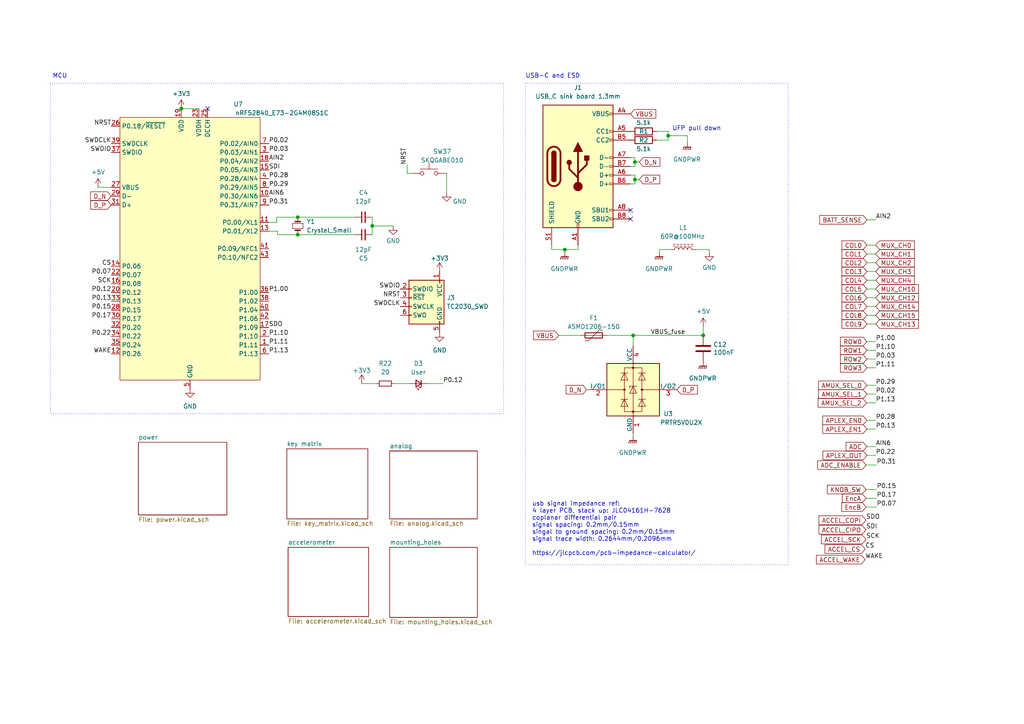
<source format=kicad_sch>
(kicad_sch (version 20230121) (generator eeschema)
  (paper "A4")
  (title_block (title "Le Capybara") (date "2023-09-01") (rev "0.2") (company "sporkus") (comment 1 "Fixes analog, RGB schematic"))
  (lib_symbols
    (symbol "+5V_1" (power) (pin_names (offset 0))
      (property "Value" "+5V_1" (at 0 3.556 0))
      (symbol "+5V_1_0_1"
        (polyline (pts (xy -0.762 1.27) (xy 0 2.54)))
        (polyline (pts (xy 0 0) (xy 0 2.54)))
        (polyline (pts (xy 0 2.54) (xy 0.762 1.27)))
      )
      (symbol "+5V_1_1_1"
        (pin power_in line (at 0 0 90) (length 0) hide (name "+5V") (number "1"))
      )
    )
    (symbol "Connector:USB_C_Receptacle_USB2.0" (pin_names (offset 1.016))
      (property "Reference" "J" (at -10.16 19.05 0))
      (property "Value" "USB_C_Receptacle_USB2.0" (at 19.05 19.05 0))
      (symbol "USB_C_Receptacle_USB2.0_0_0"
        (rectangle (start -0.254 -17.78) (end 0.254 -16.764))
        (rectangle (start 10.16 -14.986) (end 9.144 -15.494))
        (rectangle (start 10.16 -12.446) (end 9.144 -12.954))
        (rectangle (start 10.16 -4.826) (end 9.144 -5.334))
        (rectangle (start 10.16 -2.286) (end 9.144 -2.794))
        (rectangle (start 10.16 0.254) (end 9.144 -0.254))
        (rectangle (start 10.16 2.794) (end 9.144 2.286))
        (rectangle (start 10.16 7.874) (end 9.144 7.366))
        (rectangle (start 10.16 10.414) (end 9.144 9.906))
        (rectangle (start 10.16 15.494) (end 9.144 14.986))
      )
      (symbol "USB_C_Receptacle_USB2.0_0_1"
        (rectangle (start -10.16 17.78) (end 10.16 -17.78) (stroke (width 0.254)) (fill (type background)))
        (arc (start -8.89 -3.81) (mid -6.985 -5.7067) (end -5.08 -3.81) (stroke (width 0.508)))
        (arc (start -7.62 -3.81) (mid -6.985 -4.4423) (end -6.35 -3.81) (stroke (width 0.254)))
        (arc (start -7.62 -3.81) (mid -6.985 -4.4423) (end -6.35 -3.81) (stroke (width 0.254)) (fill (type outline)))
        (rectangle (start -7.62 -3.81) (end -6.35 3.81) (stroke (width 0.254)) (fill (type outline)))
        (arc (start -6.35 3.81) (mid -6.985 4.4423) (end -7.62 3.81) (stroke (width 0.254)))
        (arc (start -6.35 3.81) (mid -6.985 4.4423) (end -7.62 3.81) (stroke (width 0.254)) (fill (type outline)))
        (arc (start -5.08 3.81) (mid -6.985 5.7067) (end -8.89 3.81) (stroke (width 0.508)))
        (circle (center -2.54 1.143) (radius 0.635) (stroke (width 0.254)) (fill (type outline)))
        (circle (center 0 -5.842) (radius 1.27) (fill (type outline)))
        (polyline (pts (xy -8.89 -3.81) (xy -8.89 3.81)) (stroke (width 0.508)))
        (polyline (pts (xy -5.08 3.81) (xy -5.08 -3.81)) (stroke (width 0.508)))
        (polyline (pts (xy 0 -5.842) (xy 0 4.318)) (stroke (width 0.508)))
        (polyline (pts (xy 0 -3.302) (xy -2.54 -0.762) (xy -2.54 0.508)) (stroke (width 0.508)))
        (polyline (pts (xy 0 -2.032) (xy 2.54 0.508) (xy 2.54 1.778)) (stroke (width 0.508)))
        (polyline (pts (xy -1.27 4.318) (xy 0 6.858) (xy 1.27 4.318) (xy -1.27 4.318)) (stroke (width 0.254)) (fill (type outline)))
        (rectangle (start 1.905 1.778) (end 3.175 3.048) (stroke (width 0.254)) (fill (type outline)))
      )
      (symbol "USB_C_Receptacle_USB2.0_1_1"
        (pin passive line (at 0 -22.86 90) (length 5.08) (name "GND") (number "A1"))
        (pin passive line (at 0 -22.86 90) (length 5.08) hide (name "GND") (number "A12"))
        (pin passive line (at 15.24 15.24 180) (length 5.08) (name "VBUS") (number "A4"))
        (pin bidirectional line (at 15.24 10.16 180) (length 5.08) (name "CC1") (number "A5"))
        (pin bidirectional line (at 15.24 -2.54 180) (length 5.08) (name "D+") (number "A6"))
        (pin bidirectional line (at 15.24 2.54 180) (length 5.08) (name "D-") (number "A7"))
        (pin bidirectional line (at 15.24 -12.7 180) (length 5.08) (name "SBU1") (number "A8"))
        (pin passive line (at 15.24 15.24 180) (length 5.08) hide (name "VBUS") (number "A9"))
        (pin passive line (at 0 -22.86 90) (length 5.08) hide (name "GND") (number "B1"))
        (pin passive line (at 0 -22.86 90) (length 5.08) hide (name "GND") (number "B12"))
        (pin passive line (at 15.24 15.24 180) (length 5.08) hide (name "VBUS") (number "B4"))
        (pin bidirectional line (at 15.24 7.62 180) (length 5.08) (name "CC2") (number "B5"))
        (pin bidirectional line (at 15.24 -5.08 180) (length 5.08) (name "D+") (number "B6"))
        (pin bidirectional line (at 15.24 0 180) (length 5.08) (name "D-") (number "B7"))
        (pin bidirectional line (at 15.24 -15.24 180) (length 5.08) (name "SBU2") (number "B8"))
        (pin passive line (at 15.24 15.24 180) (length 5.08) hide (name "VBUS") (number "B9"))
        (pin passive line (at -7.62 -22.86 90) (length 5.08) (name "SHIELD") (number "S1"))
      )
    )
    (symbol "Device:C" (pin_numbers hide) (pin_names (offset 0.254))
      (property "Reference" "C" (at 0.635 2.54 0))
      (property "Value" "C" (at 0.635 -2.54 0))
      (symbol "C_0_1"
        (polyline (pts (xy -2.032 -0.762) (xy 2.032 -0.762)) (stroke (width 0.508)))
        (polyline (pts (xy -2.032 0.762) (xy 2.032 0.762)) (stroke (width 0.508)))
      )
      (symbol "C_1_1"
        (pin passive line (at 0 3.81 270) (length 2.794) (name "~") (number "1"))
        (pin passive line (at 0 -3.81 90) (length 2.794) (name "~") (number "2"))
      )
    )
    (symbol "Device:C_Small" (pin_numbers hide) (pin_names (offset 0.254) hide)
      (property "Reference" "C" (at 0.254 1.778 0))
      (property "Value" "C_Small" (at 0.254 -2.032 0))
      (symbol "C_Small_0_1"
        (polyline (pts (xy -1.524 -0.508) (xy 1.524 -0.508)) (stroke (width 0.3302)))
        (polyline (pts (xy -1.524 0.508) (xy 1.524 0.508)) (stroke (width 0.3048)))
      )
      (symbol "C_Small_1_1"
        (pin passive line (at 0 2.54 270) (length 2.032) (name "~") (number "1"))
        (pin passive line (at 0 -2.54 90) (length 2.032) (name "~") (number "2"))
      )
    )
    (symbol "Device:Crystal_Small" (pin_numbers hide) (pin_names (offset 1.016) hide)
      (property "Reference" "Y" (at 0 2.54 0))
      (property "Value" "Crystal_Small" (at 0 -2.54 0))
      (symbol "Crystal_Small_0_1"
        (rectangle (start -0.762 -1.524) (end 0.762 1.524))
        (polyline (pts (xy -1.27 -0.762) (xy -1.27 0.762)) (stroke (width 0.381)))
        (polyline (pts (xy 1.27 -0.762) (xy 1.27 0.762)) (stroke (width 0.381)))
      )
      (symbol "Crystal_Small_1_1"
        (pin passive line (at -2.54 0 0) (length 1.27) (name "1") (number "1"))
        (pin passive line (at 2.54 0 180) (length 1.27) (name "2") (number "2"))
      )
    )
    (symbol "Device:LED_Small" (pin_numbers hide) (pin_names (offset 0.254) hide)
      (property "Reference" "D" (at -1.27 3.175 0))
      (property "Value" "LED_Small" (at -4.445 -2.54 0))
      (symbol "LED_Small_0_1"
        (polyline (pts (xy -0.762 -1.016) (xy -0.762 1.016)) (stroke (width 0.254)))
        (polyline (pts (xy 1.016 0) (xy -0.762 0)))
        (polyline (pts (xy 0.762 -1.016) (xy -0.762 0) (xy 0.762 1.016) (xy 0.762 -1.016)) (stroke (width 0.254)))
        (polyline (pts (xy 0 0.762) (xy -0.508 1.27) (xy -0.254 1.27) (xy -0.508 1.27) (xy -0.508 1.016)))
        (polyline (pts (xy 0.508 1.27) (xy 0 1.778) (xy 0.254 1.778) (xy 0 1.778) (xy 0 1.524)))
      )
      (symbol "LED_Small_1_1"
        (pin passive line (at -2.54 0 0) (length 1.778) (name "K") (number "1"))
        (pin passive line (at 2.54 0 180) (length 1.778) (name "A") (number "2"))
      )
    )
    (symbol "Device:Polyfuse" (pin_numbers hide) (pin_names (offset 0))
      (property "Reference" "F" (at -2.54 0 90))
      (property "Value" "Polyfuse" (at 2.54 0 90))
      (symbol "Polyfuse_0_1"
        (rectangle (start -0.762 2.54) (end 0.762 -2.54) (stroke (width 0.254)))
        (polyline (pts (xy 0 2.54) (xy 0 -2.54)))
        (polyline (pts (xy -1.524 2.54) (xy -1.524 1.524) (xy 1.524 -1.524) (xy 1.524 -2.54)))
      )
      (symbol "Polyfuse_1_1"
        (pin passive line (at 0 3.81 270) (length 1.27) (name "~") (number "1"))
        (pin passive line (at 0 -3.81 90) (length 1.27) (name "~") (number "2"))
      )
    )
    (symbol "Device:R" (pin_numbers hide) (pin_names (offset 0))
      (property "Reference" "R" (at 2.032 0 90))
      (property "Value" "R" (at 0 0 90))
      (symbol "R_0_1"
        (rectangle (start -1.016 -2.54) (end 1.016 2.54) (stroke (width 0.254)))
      )
      (symbol "R_1_1"
        (pin passive line (at 0 3.81 270) (length 1.27) (name "~") (number "1"))
        (pin passive line (at 0 -3.81 90) (length 1.27) (name "~") (number "2"))
      )
    )
    (symbol "Device:R_Small" (pin_numbers hide) (pin_names (offset 0.254) hide)
      (property "Reference" "R" (at 0.762 0.508 0))
      (property "Value" "R_Small" (at 0.762 -1.016 0))
      (symbol "R_Small_0_1"
        (rectangle (start -0.762 1.778) (end 0.762 -1.778) (stroke (width 0.2032)))
      )
      (symbol "R_Small_1_1"
        (pin passive line (at 0 2.54 270) (length 0.762) (name "~") (number "1"))
        (pin passive line (at 0 -2.54 90) (length 0.762) (name "~") (number "2"))
      )
    )
    (symbol "PCM_marbastlib-various:TC2030_SWD" (pin_names (offset 1.016))
      (property "Reference" "J" (at -3.81 -6.35 0))
      (property "Value" "TC2030_SWD" (at -10.16 8.89 0))
      (symbol "TC2030_SWD_0_1"
        (rectangle (start -3.81 7.62) (end 6.35 -5.08) (stroke (width 0.254)) (fill (type background)))
        (rectangle (start -3.048 -2.667) (end -3.81 -2.413))
        (rectangle (start -3.048 -0.127) (end -3.81 0.127))
        (rectangle (start -3.048 2.413) (end -3.81 2.667))
        (rectangle (start -3.048 4.953) (end -3.81 5.207))
        (rectangle (start 4.953 -5.08) (end 5.207 -4.318))
        (rectangle (start 4.953 6.858) (end 5.207 7.62))
      )
      (symbol "TC2030_SWD_1_1"
        (pin passive line (at 5.08 10.16 270) (length 2.54) (name "VCC") (number "1"))
        (pin passive line (at -6.35 5.08 0) (length 2.54) (name "SWDIO") (number "2"))
        (pin passive line (at -6.35 2.54 0) (length 2.54) (name "~{RST}") (number "3"))
        (pin passive line (at -6.35 0 0) (length 2.54) (name "SWCLK") (number "4"))
        (pin passive line (at 5.08 -7.62 90) (length 2.54) (name "GND") (number "5"))
        (pin passive line (at -6.35 -2.54 0) (length 2.54) (name "SWO") (number "6"))
      )
    )
    (symbol "PCM_marbastlib-various:nRF52840_E73-2G4M08S1C"
      (property "Reference" "U" (at 13.97 41.91 0))
      (property "Value" "nRF52840_E73-2G4M08S1C" (at 26.67 39.37 0))
      (symbol "nRF52840_E73-2G4M08S1C_0_0"
        (pin bidirectional line (at 22.86 -27.94 180) (length 2.54) (name "P1.11") (number "1"))
        (pin power_in line (at 22.86 15.24 180) (length 2.54) (name "P0.30/AIN6") (number "10"))
        (pin bidirectional line (at 22.86 7.62 180) (length 2.54) (name "P0.00/XL1") (number "11"))
        (pin bidirectional line (at -22.86 -30.48 0) (length 2.54) (name "P0.26") (number "12"))
        (pin bidirectional line (at 22.86 5.08 180) (length 2.54) (name "P0.01/XL2") (number "13"))
        (pin bidirectional line (at -22.86 -5.08 0) (length 2.54) (name "P0.06") (number "14"))
        (pin bidirectional line (at 22.86 22.86 180) (length 2.54) (name "P0.05/AIN3") (number "15"))
        (pin bidirectional line (at -22.86 -10.16 0) (length 2.54) (name "P0.08") (number "16"))
        (pin bidirectional line (at 22.86 -22.86 180) (length 2.54) (name "P1.09") (number "17"))
        (pin bidirectional line (at 22.86 25.4 180) (length 2.54) (name "P0.04/AIN2") (number "18"))
        (pin bidirectional line (at -2.54 40.64 270) (length 2.54) (name "VDD") (number "19"))
        (pin bidirectional line (at 22.86 -25.4 180) (length 2.54) (name "P1.10") (number "2"))
        (pin bidirectional line (at -22.86 -12.7 0) (length 2.54) (name "P0.12") (number "20"))
        (pin bidirectional line (at -22.86 -7.62 0) (length 2.54) (name "P0.07") (number "22"))
        (pin bidirectional line (at 2.54 40.64 270) (length 2.54) (name "VDDH") (number "23"))
        (pin bidirectional line (at 5.08 40.64 270) (length 2.54) (name "DCCH") (number "25"))
        (pin input line (at -22.86 17.78 0) (length 2.54) (name "VBUS") (number "27"))
        (pin bidirectional line (at -22.86 -17.78 0) (length 2.54) (name "P0.15") (number "28"))
        (pin bidirectional line (at -22.86 15.24 0) (length 2.54) (name "D-") (number "29"))
        (pin bidirectional line (at 22.86 27.94 180) (length 2.54) (name "P0.03/AIN1") (number "3"))
        (pin bidirectional line (at -22.86 -20.32 0) (length 2.54) (name "P0.17") (number "30"))
        (pin bidirectional line (at -22.86 12.7 0) (length 2.54) (name "D+") (number "31"))
        (pin bidirectional line (at -22.86 -22.86 0) (length 2.54) (name "P0.20") (number "32"))
        (pin bidirectional line (at -22.86 -15.24 0) (length 2.54) (name "P0.13") (number "33"))
        (pin bidirectional line (at -22.86 -25.4 0) (length 2.54) (name "P0.22") (number "34"))
        (pin bidirectional line (at -22.86 -27.94 0) (length 2.54) (name "P0.24") (number "35"))
        (pin bidirectional line (at 22.86 -12.7 180) (length 2.54) (name "P1.00") (number "36"))
        (pin bidirectional line (at -22.86 27.94 0) (length 2.54) (name "SWDIO") (number "37"))
        (pin bidirectional line (at 22.86 -15.24 180) (length 2.54) (name "P1.02") (number "38"))
        (pin power_in line (at -22.86 30.48 0) (length 2.54) (name "SWDCLK") (number "39"))
        (pin bidirectional line (at 22.86 20.32 180) (length 2.54) (name "P0.28/AIN4") (number "4"))
        (pin bidirectional line (at 22.86 -17.78 180) (length 2.54) (name "P1.04") (number "40"))
        (pin bidirectional line (at 22.86 0 180) (length 2.54) (name "P0.09/NFC1") (number "41"))
        (pin power_in line (at 22.86 -20.32 180) (length 2.54) (name "P1.06") (number "42"))
        (pin power_in line (at 22.86 -2.54 180) (length 2.54) (name "P0.10/NFC2") (number "43"))
        (pin bidirectional line (at 22.86 -30.48 180) (length 2.54) (name "P1.13") (number "6"))
        (pin bidirectional line (at 22.86 30.48 180) (length 2.54) (name "P0.02/AIN0") (number "7"))
        (pin bidirectional line (at 22.86 17.78 180) (length 2.54) (name "P0.29/AIN5") (number "8"))
        (pin power_in line (at 22.86 12.7 180) (length 2.54) (name "P0.31/AIN7") (number "9"))
      )
      (symbol "nRF52840_E73-2G4M08S1C_0_1"
        (rectangle (start -20.32 38.1) (end 20.32 -38.1) (stroke (width 0.1524)) (fill (type background)))
      )
      (symbol "nRF52840_E73-2G4M08S1C_1_0"
        (pin passive line (at 0 -40.64 90) (length 2.54) hide (name "GND") (number "21"))
        (pin passive line (at 0 -40.64 90) (length 2.54) hide (name "GND") (number "24"))
        (pin bidirectional line (at -22.86 35.56 0) (length 2.54) (name "P0.18/~{RESET}") (number "26"))
        (pin power_in line (at 0 -40.64 90) (length 2.54) (name "GND") (number "5"))
      )
    )
    (symbol "Power_Protection:PRTR5V0U2X" (pin_names (offset 0))
      (property "Reference" "D" (at 2.794 8.636 0))
      (property "Value" "PRTR5V0U2X" (at 8.128 -9.398 0))
      (symbol "PRTR5V0U2X_0_1"
        (rectangle (start -7.62 -7.62) (end 7.62 7.62) (stroke (width 0.254)) (fill (type background)))
        (circle (center -2.54 0) (radius 0.254) (fill (type outline)))
        (rectangle (start -2.54 6.35) (end 2.54 -6.35))
        (circle (center 0 -6.35) (radius 0.254) (fill (type outline)))
        (polyline (pts (xy -2.54 0) (xy -7.62 0)))
        (polyline (pts (xy -1.524 -2.794) (xy -3.556 -2.794)))
        (polyline (pts (xy -1.524 4.826) (xy -3.556 4.826)))
        (polyline (pts (xy 0 -7.62) (xy 0 7.62)))
        (polyline (pts (xy 1.524 -2.794) (xy 3.556 -2.794)))
        (polyline (pts (xy 1.524 4.826) (xy 3.556 4.826)))
        (polyline (pts (xy 2.54 0) (xy 7.62 0)))
        (polyline (pts (xy 1.016 1.016) (xy -1.016 1.016) (xy -1.016 0.508)))
        (polyline (pts (xy -3.556 -4.826) (xy -1.524 -4.826) (xy -2.54 -2.794) (xy -3.556 -4.826)))
        (polyline (pts (xy -3.556 2.794) (xy -1.524 2.794) (xy -2.54 4.826) (xy -3.556 2.794)))
        (polyline (pts (xy -1.016 -1.016) (xy 1.016 -1.016) (xy 0 1.016) (xy -1.016 -1.016)))
        (polyline (pts (xy 3.556 -4.826) (xy 1.524 -4.826) (xy 2.54 -2.794) (xy 3.556 -4.826)))
        (polyline (pts (xy 3.556 2.794) (xy 1.524 2.794) (xy 2.54 4.826) (xy 3.556 2.794)))
        (circle (center 0 6.35) (radius 0.254) (fill (type outline)))
        (circle (center 2.54 0) (radius 0.254) (fill (type outline)))
      )
      (symbol "PRTR5V0U2X_1_1"
        (pin passive line (at 0 -12.7 90) (length 5.08) (name "GND") (number "1"))
        (pin passive line (at -12.7 0 0) (length 5.08) (name "I/O1") (number "2"))
        (pin passive line (at 12.7 0 180) (length 5.08) (name "I/O2") (number "3"))
        (pin passive line (at 0 12.7 270) (length 5.08) (name "VCC") (number "4"))
      )
    )
    (symbol "Switch:SW_Push" (pin_numbers hide) (pin_names (offset 1.016) hide)
      (property "Reference" "SW" (at 1.27 2.54 0))
      (property "Value" "SW_Push" (at 0 -1.524 0))
      (symbol "SW_Push_0_1"
        (circle (center -2.032 0) (radius 0.508))
        (polyline (pts (xy 0 1.27) (xy 0 3.048)))
        (polyline (pts (xy 2.54 1.27) (xy -2.54 1.27)))
        (circle (center 2.032 0) (radius 0.508))
        (pin passive line (at -5.08 0 0) (length 2.54) (name "1") (number "1"))
        (pin passive line (at 5.08 0 180) (length 2.54) (name "2") (number "2"))
      )
    )
    (symbol "Unified-Daughterboard-rescue:L_Core_Ferrite-Device" (pin_numbers hide) (pin_names (offset 1.016) hide)
      (property "Reference" "L" (at -1.27 0 90))
      (property "Value" "Device_L_Core_Ferrite" (at 2.794 0 90))
      (symbol "L_Core_Ferrite-Device_0_1"
        (arc (start 0 -2.54) (mid 0.6323 -1.905) (end 0 -1.27))
        (arc (start 0 -1.27) (mid 0.6323 -0.635) (end 0 0))
        (polyline (pts (xy 1.016 -2.794) (xy 1.016 -2.286)))
        (polyline (pts (xy 1.016 -1.778) (xy 1.016 -1.27)))
        (polyline (pts (xy 1.016 -0.762) (xy 1.016 -0.254)))
        (polyline (pts (xy 1.016 0.254) (xy 1.016 0.762)))
        (polyline (pts (xy 1.016 1.27) (xy 1.016 1.778)))
        (polyline (pts (xy 1.016 2.286) (xy 1.016 2.794)))
        (polyline (pts (xy 1.524 -2.286) (xy 1.524 -2.794)))
        (polyline (pts (xy 1.524 -1.27) (xy 1.524 -1.778)))
        (polyline (pts (xy 1.524 -0.254) (xy 1.524 -0.762)))
        (polyline (pts (xy 1.524 0.762) (xy 1.524 0.254)))
        (polyline (pts (xy 1.524 1.778) (xy 1.524 1.27)))
        (polyline (pts (xy 1.524 2.794) (xy 1.524 2.286)))
        (arc (start 0 0) (mid 0.6323 0.635) (end 0 1.27))
        (arc (start 0 1.27) (mid 0.6323 1.905) (end 0 2.54))
      )
      (symbol "L_Core_Ferrite-Device_1_1"
        (pin passive line (at 0 3.81 270) (length 1.27) (name "1") (number "1"))
        (pin passive line (at 0 -3.81 90) (length 1.27) (name "2") (number "2"))
      )
    )
    (symbol "power:+3V3" (power) (pin_names (offset 0))
      (property "Value" "+3V3" (at 0 3.556 0))
      (symbol "+3V3_0_1"
        (polyline (pts (xy -0.762 1.27) (xy 0 2.54)))
        (polyline (pts (xy 0 0) (xy 0 2.54)))
        (polyline (pts (xy 0 2.54) (xy 0.762 1.27)))
      )
      (symbol "+3V3_1_1"
        (pin power_in line (at 0 0 90) (length 0) hide (name "+3V3") (number "1"))
      )
    )
    (symbol "power:GND" (power) (pin_names (offset 0))
      (property "Value" "GND" (at 0 -3.81 0))
      (symbol "GND_0_1"
        (polyline (pts (xy 0 0) (xy 0 -1.27) (xy 1.27 -1.27) (xy 0 -2.54) (xy -1.27 -1.27) (xy 0 -1.27)))
      )
      (symbol "GND_1_1"
        (pin power_in line (at 0 0 270) (length 0) hide (name "GND") (number "1"))
      )
    )
    (symbol "power:GNDPWR" (power) (pin_names (offset 0))
      (property "Value" "GNDPWR" (at 0 -3.302 0))
      (symbol "GNDPWR_0_1"
        (polyline (pts (xy 0 -1.27) (xy 0 0)))
        (polyline (pts (xy -1.016 -1.27) (xy -1.27 -2.032) (xy -1.27 -2.032)) (stroke (width 0.2032)))
        (polyline (pts (xy -0.508 -1.27) (xy -0.762 -2.032) (xy -0.762 -2.032)) (stroke (width 0.2032)))
        (polyline (pts (xy 0 -1.27) (xy -0.254 -2.032) (xy -0.254 -2.032)) (stroke (width 0.2032)))
        (polyline (pts (xy 0.508 -1.27) (xy 0.254 -2.032) (xy 0.254 -2.032)) (stroke (width 0.2032)))
        (polyline (pts (xy 1.016 -1.27) (xy -1.016 -1.27) (xy -1.016 -1.27)) (stroke (width 0.2032)))
        (polyline (pts (xy 1.016 -1.27) (xy 0.762 -2.032) (xy 0.762 -2.032) (xy 0.762 -2.032)) (stroke (width 0.2032)))
      )
      (symbol "GNDPWR_1_1"
        (pin power_in line (at 0 0 270) (length 0) hide (name "GNDPWR") (number "1"))
      )
    )
  )
  (junction (at 86.36 68.072))
  (junction (at 52.578 31.496))
  (junction (at 184.15 52.07))
  (junction (at 184.15 46.99))
  (junction (at 193.802 39.37))
  (junction (at 203.962 97.282))
  (junction (at 183.642 97.282))
  (junction (at 163.83 72.39))
  (junction (at 107.95 65.532))
  (junction (at 86.36 62.992))
  (no_connect (at 60.198 31.496))
  (no_connect (at 182.88 60.96))
  (no_connect (at 182.88 63.5))
  (wire (pts (xy 118.11 50.292) (xy 118.11 47.752)))
  (wire (pts (xy 251.46 73.66) (xy 254 73.66)))
  (wire (pts (xy 251.46 104.14) (xy 254 104.14)))
  (wire (pts (xy 80.264 62.992) (xy 86.36 62.992)))
  (wire (pts (xy 77.978 67.056) (xy 80.518 67.056)))
  (wire (pts (xy 184.15 45.72) (xy 184.15 46.99)))
  (wire (pts (xy 251.46 99.06) (xy 254 99.06)))
  (wire (pts (xy 114.3 111.252) (xy 118.872 111.252)))
  (wire (pts (xy 205.74 72.39) (xy 201.93 72.39)))
  (wire (pts (xy 162.052 97.282) (xy 168.402 97.282)))
  (wire (pts (xy 123.952 111.252) (xy 128.524 111.252)))
  (wire (pts (xy 251.206 147.066) (xy 254.254 147.066)))
  (wire (pts (xy 251.46 81.28) (xy 254 81.28)))
  (wire (pts (xy 104.902 111.252) (xy 109.22 111.252)))
  (wire (pts (xy 193.802 39.37) (xy 193.802 38.1)))
  (wire (pts (xy 129.54 50.292) (xy 129.54 55.88)))
  (wire (pts (xy 251.46 101.6) (xy 254 101.6)))
  (wire (pts (xy 184.15 50.8) (xy 184.15 52.07)))
  (wire (pts (xy 251.46 63.754) (xy 254 63.754)))
  (wire (pts (xy 167.64 72.39) (xy 167.64 71.12)))
  (wire (pts (xy 251.46 121.92) (xy 254 121.92)))
  (wire (pts (xy 251.46 129.54) (xy 254 129.54)))
  (wire (pts (xy 86.36 62.992) (xy 102.87 62.992)))
  (wire (pts (xy 160.02 71.12) (xy 160.02 72.39)))
  (wire (pts (xy 251.46 78.74) (xy 254 78.74)))
  (wire (pts (xy 251.46 106.68) (xy 254 106.68)))
  (wire (pts (xy 184.15 53.34) (xy 184.15 52.07)))
  (wire (pts (xy 163.83 72.39) (xy 163.83 73.152)))
  (wire (pts (xy 251.46 124.46) (xy 254 124.46)))
  (wire (pts (xy 205.74 73.152) (xy 205.74 72.39)))
  (wire (pts (xy 251.46 111.76) (xy 254 111.76)))
  (wire (pts (xy 251.46 83.82) (xy 254 83.82)))
  (wire (pts (xy 163.83 72.39) (xy 167.64 72.39)))
  (wire (pts (xy 182.88 48.26) (xy 184.15 48.26)))
  (wire (pts (xy 160.02 72.39) (xy 163.83 72.39)))
  (wire (pts (xy 251.46 91.44) (xy 254 91.44)))
  (wire (pts (xy 28.448 54.356) (xy 32.258 54.356)))
  (wire (pts (xy 254 116.84) (xy 251.333 116.84)))
  (wire (pts (xy 52.578 31.496) (xy 57.658 31.496)))
  (wire (pts (xy 191.262 72.39) (xy 194.31 72.39)))
  (wire (pts (xy 251.46 132.08) (xy 254 132.08)))
  (wire (pts (xy 251.46 71.12) (xy 254 71.12)))
  (wire (pts (xy 251.46 88.9) (xy 254 88.9)))
  (wire (pts (xy 190.5 38.1) (xy 193.802 38.1)))
  (wire (pts (xy 251.46 93.98) (xy 254 93.98)))
  (wire (pts (xy 199.39 39.37) (xy 199.39 41.402)))
  (wire (pts (xy 193.802 39.37) (xy 199.39 39.37)))
  (wire (pts (xy 203.962 94.742) (xy 203.962 97.282)))
  (wire (pts (xy 191.262 73.152) (xy 191.262 72.39)))
  (wire (pts (xy 182.88 50.8) (xy 184.15 50.8)))
  (wire (pts (xy 182.88 53.34) (xy 184.15 53.34)))
  (wire (pts (xy 119.38 50.292) (xy 118.11 50.292)))
  (wire (pts (xy 190.5 40.64) (xy 193.802 40.64)))
  (wire (pts (xy 182.88 45.72) (xy 184.15 45.72)))
  (wire (pts (xy 251.206 141.986) (xy 254.254 141.986)))
  (wire (pts (xy 251.206 134.874) (xy 254.254 134.874)))
  (wire (pts (xy 251.46 76.2) (xy 254 76.2)))
  (wire (pts (xy 183.642 97.282) (xy 203.962 97.282)))
  (wire (pts (xy 80.518 67.056) (xy 80.518 68.072)))
  (wire (pts (xy 183.642 97.282) (xy 183.642 100.33)))
  (wire (pts (xy 170.18 113.03) (xy 170.942 113.03)))
  (wire (pts (xy 251.206 144.526) (xy 254.254 144.526)))
  (wire (pts (xy 251.46 86.36) (xy 254 86.36)))
  (wire (pts (xy 86.36 68.072) (xy 102.87 68.072)))
  (wire (pts (xy 176.022 97.282) (xy 183.642 97.282)))
  (wire (pts (xy 80.518 68.072) (xy 86.36 68.072)))
  (wire (pts (xy 107.95 65.532) (xy 114.046 65.532)))
  (wire (pts (xy 193.802 40.64) (xy 193.802 39.37)))
  (wire (pts (xy 184.15 46.99) (xy 184.15 48.26)))
  (wire (pts (xy 251.46 114.3) (xy 254 114.3)))
  (wire (pts (xy 77.978 64.516) (xy 80.264 64.516)))
  (wire (pts (xy 184.15 52.07) (xy 185.42 52.07)))
  (wire (pts (xy 80.264 64.516) (xy 80.264 62.992)))
  (wire (pts (xy 107.95 62.992) (xy 107.95 65.532)))
  (wire (pts (xy 184.15 46.99) (xy 185.42 46.99)))
  (wire (pts (xy 183.642 126.492) (xy 183.642 125.73)))
  (wire (pts (xy 107.95 65.532) (xy 107.95 68.072)))
  (rectangle (start 152.4 24.13) (end 228.6 163.83) (stroke (width 0) (type dot)))
  (rectangle (start 14.605 24.13) (end 146.05 120.015) (stroke (width 0) (type dot)))
  (text "UFP pull down" (at 194.945 38.1 0) (effects (font (size 1.27 1.27)) (justify left bottom)))
  (text "usb signal impedance ref:\n4 layer PCB, stack up: JLC04161H-7628\ncoplanar differential pair \nsignal spacing: 0.2mm/0.15mm\nsingal to ground spacing: 0.2mm/0.15mm\nsignal trace width: 0.2644mm/0.2096mm\n\nhttps://jlcpcb.com/pcb-impedance-calculator/" (at 154.305 161.29 0) (effects (font (size 1.27 1.27)) (justify left bottom)))
  (text "MCU" (at 15.24 22.86 0) (effects (font (size 1.27 1.27)) (justify left bottom)))
  (text "USB-C and ESD" (at 152.4 22.86 0) (effects (font (size 1.27 1.27)) (justify left bottom)))
  (label "P0.02" (at 77.978 41.656 0))
  (label "NRST" (at 32.258 36.576 180))
  (label "P0.13" (at 32.258 87.376 180))
  (label "NRST" (at 116.078 86.36 180))
  (label "P1.00" (at 254 99.06 0))
  (label "AIN6" (at 254 129.54 0))
  (label "P0.17" (at 254.254 144.526 0))
  (label "P0.22" (at 254 132.08 0))
  (label "P0.02" (at 254 114.3 0))
  (label "P0.31" (at 77.978 59.436 0))
  (label "P0.29" (at 77.978 54.356 0))
  (label "P0.13" (at 254 124.46 0))
  (label "SDI" (at 77.978 49.276 0))
  (label "P1.13" (at 254 116.84 0))
  (label "P0.28" (at 254 121.92 0))
  (label "AIN6" (at 77.978 56.896 0))
  (label "P0.31" (at 254.254 134.874 0))
  (label "P0.03" (at 254 104.14 0))
  (label "P1.11" (at 254 106.68 0))
  (label "WAKE" (at 250.952 162.306 0))
  (label "AIN2" (at 77.978 46.736 0))
  (label "VBUS_fuse" (at 188.722 97.282 0))
  (label "SWDCLK" (at 116.078 88.9 180))
  (label "NRST" (at 118.11 47.752 90))
  (label "P1.10" (at 254 101.6 0))
  (label "SCK" (at 32.258 82.296 180))
  (label "P0.22" (at 32.258 97.536 180))
  (label "SDI" (at 251.206 153.67 0))
  (label "P1.10" (at 77.978 97.536 0))
  (label "SWDIO" (at 116.078 83.82 180))
  (label "P1.11" (at 77.978 100.076 0))
  (label "P0.15" (at 32.258 89.916 180))
  (label "AIN2" (at 254 63.754 0))
  (label "CS" (at 250.952 159.258 0))
  (label "P0.07" (at 32.258 79.756 180))
  (label "P0.28" (at 77.978 51.816 0))
  (label "P0.15" (at 254.254 141.986 0))
  (label "SDO" (at 251.206 150.876 0))
  (label "SWDIO" (at 32.258 44.196 180))
  (label "P0.29" (at 254 111.76 0))
  (label "WAKE" (at 32.258 102.616 180))
  (label "P1.00" (at 77.978 84.836 0))
  (label "P0.07" (at 254.254 147.066 0))
  (label "P0.03" (at 77.978 44.196 0))
  (label "P0.17" (at 32.258 92.456 180))
  (label "SWDCLK" (at 32.258 41.656 180))
  (label "P0.12" (at 128.524 111.252 0))
  (label "CS" (at 32.258 77.216 180))
  (label "SDO" (at 77.978 94.996 0))
  (label "SCK" (at 251.206 156.464 0))
  (label "P1.13" (at 77.978 102.616 0))
  (label "P0.12" (at 32.258 84.836 180))
  (global_label "AMUX_SEL_2" (shape input) (at 251.333 116.84 180) (property "Intersheetrefs" "${INTERSHEET_REFS}" (effects hide)))
  (global_label "D_N" (shape input) (at 170.18 113.03 180) (property "Intersheetrefs" "${INTERSHEET_REFS}" (effects hide)))
  (global_label "D_P" (shape input) (at 185.42 52.07 0) (property "Intersheetrefs" "${INTERSHEET_REFS}" (effects hide)))
  (global_label "ROW0" (shape input) (at 251.46 99.06 180) (property "Intersheetrefs" "${INTERSHEET_REFS}" (effects hide)))
  (global_label "ACCEL_COPI" (shape input) (at 251.206 150.876 180) (property "Intersheetrefs" "${INTERSHEET_REFS}" (effects hide)))
  (global_label "MUX_CH3" (shape input) (at 254 78.74 0) (property "Intersheetrefs" "${INTERSHEET_REFS}" (effects hide)))
  (global_label "BATT_SENSE" (shape input) (at 251.46 63.754 180) (property "Intersheetrefs" "${INTERSHEET_REFS}" (effects hide)))
  (global_label "VBUS" (shape input) (at 162.052 97.282 180) (property "Intersheetrefs" "${INTERSHEET_REFS}" (effects hide)))
  (global_label "AMUX_SEL_1" (shape input) (at 251.46 114.3 180) (property "Intersheetrefs" "${INTERSHEET_REFS}" (effects hide)))
  (global_label "COL6" (shape input) (at 251.46 86.36 180) (property "Intersheetrefs" "${INTERSHEET_REFS}" (effects hide)))
  (global_label "ADC" (shape input) (at 251.46 129.54 180) (property "Intersheetrefs" "${INTERSHEET_REFS}" (effects hide)))
  (global_label "D_P" (shape input) (at 196.342 113.03 0) (property "Intersheetrefs" "${INTERSHEET_REFS}" (effects hide)))
  (global_label "COL4" (shape input) (at 251.46 81.28 180) (property "Intersheetrefs" "${INTERSHEET_REFS}" (effects hide)))
  (global_label "ADC_ENABLE" (shape input) (at 251.206 134.874 180) (property "Intersheetrefs" "${INTERSHEET_REFS}" (effects hide)))
  (global_label "EncB" (shape input) (at 251.206 147.066 180) (property "Intersheetrefs" "${INTERSHEET_REFS}" (effects hide)))
  (global_label "MUX_CH15" (shape input) (at 254 91.44 0) (property "Intersheetrefs" "${INTERSHEET_REFS}" (effects hide)))
  (global_label "COL5" (shape input) (at 251.46 83.82 180) (property "Intersheetrefs" "${INTERSHEET_REFS}" (effects hide)))
  (global_label "AMUX_SEL_0" (shape input) (at 251.46 111.76 180) (property "Intersheetrefs" "${INTERSHEET_REFS}" (effects hide)))
  (global_label "MUX_CH13" (shape input) (at 254 93.98 0) (property "Intersheetrefs" "${INTERSHEET_REFS}" (effects hide)))
  (global_label "ACCEL_CS" (shape input) (at 250.952 159.258 180) (property "Intersheetrefs" "${INTERSHEET_REFS}" (effects hide)))
  (global_label "EncA" (shape input) (at 251.206 144.526 180) (property "Intersheetrefs" "${INTERSHEET_REFS}" (effects hide)))
  (global_label "MUX_CH10" (shape input) (at 254 83.82 0) (property "Intersheetrefs" "${INTERSHEET_REFS}" (effects hide)))
  (global_label "ROW2" (shape input) (at 251.46 104.14 180) (property "Intersheetrefs" "${INTERSHEET_REFS}" (effects hide)))
  (global_label "MUX_CH14" (shape input) (at 254 88.9 0) (property "Intersheetrefs" "${INTERSHEET_REFS}" (effects hide)))
  (global_label "MUX_CH2" (shape input) (at 254 76.2 0) (property "Intersheetrefs" "${INTERSHEET_REFS}" (effects hide)))
  (global_label "APLEX_EN0" (shape input) (at 251.46 121.92 180) (property "Intersheetrefs" "${INTERSHEET_REFS}" (effects hide)))
  (global_label "COL1" (shape input) (at 251.46 73.66 180) (property "Intersheetrefs" "${INTERSHEET_REFS}" (effects hide)))
  (global_label "COL7" (shape input) (at 251.46 88.9 180) (property "Intersheetrefs" "${INTERSHEET_REFS}" (effects hide)))
  (global_label "MUX_CH12" (shape input) (at 254 86.36 0) (property "Intersheetrefs" "${INTERSHEET_REFS}" (effects hide)))
  (global_label "ACCEL_WAKE" (shape input) (at 250.952 162.306 180) (property "Intersheetrefs" "${INTERSHEET_REFS}" (effects hide)))
  (global_label "MUX_CH0" (shape input) (at 254 71.12 0) (property "Intersheetrefs" "${INTERSHEET_REFS}" (effects hide)))
  (global_label "ACCEL_CIPO" (shape input) (at 251.206 153.67 180) (property "Intersheetrefs" "${INTERSHEET_REFS}" (effects hide)))
  (global_label "ROW1" (shape input) (at 251.46 101.6 180) (property "Intersheetrefs" "${INTERSHEET_REFS}" (effects hide)))
  (global_label "MUX_CH4" (shape input) (at 254 81.28 0) (property "Intersheetrefs" "${INTERSHEET_REFS}" (effects hide)))
  (global_label "COL3" (shape input) (at 251.46 78.74 180) (property "Intersheetrefs" "${INTERSHEET_REFS}" (effects hide)))
  (global_label "COL0" (shape input) (at 251.46 71.12 180) (property "Intersheetrefs" "${INTERSHEET_REFS}" (effects hide)))
  (global_label "MUX_CH1" (shape input) (at 254 73.66 0) (property "Intersheetrefs" "${INTERSHEET_REFS}" (effects hide)))
  (global_label "ROW3" (shape input) (at 251.46 106.68 180) (property "Intersheetrefs" "${INTERSHEET_REFS}" (effects hide)))
  (global_label "KNOB_SW" (shape input) (at 251.206 141.986 180) (property "Intersheetrefs" "${INTERSHEET_REFS}" (effects hide)))
  (global_label "APLEX_EN1" (shape input) (at 251.46 124.46 180) (property "Intersheetrefs" "${INTERSHEET_REFS}" (effects hide)))
  (global_label "COL8" (shape input) (at 251.46 91.44 180) (property "Intersheetrefs" "${INTERSHEET_REFS}" (effects hide)))
  (global_label "D_P" (shape input) (at 32.258 59.436 180) (property "Intersheetrefs" "${INTERSHEET_REFS}" (effects hide)))
  (global_label "VBUS" (shape input) (at 182.88 33.02 0) (property "Intersheetrefs" "${INTERSHEET_REFS}" (effects hide)))
  (global_label "APLEX_OUT" (shape input) (at 251.46 132.08 180) (property "Intersheetrefs" "${INTERSHEET_REFS}" (effects hide)))
  (global_label "D_N" (shape input) (at 32.258 56.896 180) (property "Intersheetrefs" "${INTERSHEET_REFS}" (effects hide)))
  (global_label "ACCEL_SCK" (shape input) (at 251.206 156.464 180) (property "Intersheetrefs" "${INTERSHEET_REFS}" (effects hide)))
  (global_label "COL2" (shape input) (at 251.46 76.2 180) (property "Intersheetrefs" "${INTERSHEET_REFS}" (effects hide)))
  (global_label "D_N" (shape input) (at 185.42 46.99 0) (property "Intersheetrefs" "${INTERSHEET_REFS}" (effects hide)))
  (global_label "COL9" (shape input) (at 251.46 93.98 180) (property "Intersheetrefs" "${INTERSHEET_REFS}" (effects hide)))
  (symbol (lib_id "power:+3V3") (at 52.578 31.496 0) (unit 1)
    (property "Reference" "#PWR022" (effects hide))
    (property "Value" "+3V3" (at 52.578 27.178 0))
  )
  (symbol (lib_id "Device:LED_Small") (at 121.412 111.252 180) (unit 1)
    (property "Reference" "D3" (at 121.3485 105.41 0))
    (property "Value" "User" (at 121.3485 107.95 0))
    (property "Footprint" "LED_SMD:LED_0805_2012Metric" (effects hide))
    (property "LCSC" "C94613" (effects hide))
    (property "MPN" "17-21/BHC-AL2M2TY/3T" (effects hide))
  )
  (symbol (lib_id "Unified-Daughterboard-rescue:L_Core_Ferrite-Device") (at 198.12 72.39 90) (unit 1)
    (property "Reference" "L1" (at 199.39 66.04 90) (effects (justify left)))
    (property "Value" "60R@100MHz" (at 204.47 68.58 90) (effects (justify left)))
    (property "Footprint" "Inductor_SMD:L_1206_3216Metric" (effects hide))
    (property "Manufacturer" "MELED Industrial" (effects hide))
    (property "Manufacturer Part No" "MLB3216-600P4A(f)" (effects hide))
    (property "LCSC" "C33600" (effects hide))
    (property "Package" "L1206" (effects hide))
  )
  (symbol (lib_id "power:GND") (at 129.54 55.88 0) (unit 1)
    (property "Reference" "#PWR016" (effects hide))
    (property "Value" "GND" (at 133.35 58.42 0))
  )
  (symbol (lib_id "Connector:USB_C_Receptacle_USB2.0") (at 167.64 48.26 0) (unit 1)
    (property "Reference" "J1" (at 167.64 25.4 0))
    (property "Value" "USB_C sink board 1.3mm" (at 167.64 27.94 0))
    (property "Footprint" "USB4510-03-1-A:USB4510031A" (effects hide))
    (property "Datasheet" "https://datasheet.lcsc.com/lcsc/2206021145_G-Switch-GT-USB-7014G_C3019717.pdf" (effects hide))
    (property "JlcRotOffset" "180" (effects hide))
    (property "JlcPosOffset" "0,1.35" (effects hide))
    (property "LCSC" "C3019717" (effects hide))
  )
  (symbol (lib_id "Power_Protection:PRTR5V0U2X") (at 183.642 113.03 0) (unit 1)
    (property "Reference" "U3" (at 193.802 120.015 0))
    (property "Value" "PRTR5V0U2X" (at 197.612 122.555 0))
    (property "Footprint" "Package_TO_SOT_SMD:SOT-143" (effects hide))
    (property "Datasheet" "https://assets.nexperia.com/documents/data-sheet/PRTR5V0U2X.pdf" (effects hide))
    (property "LCSC" "C2827688" (effects hide))
    (property "JlcRotOffset" "90" (effects hide))
  )
  (symbol (lib_id "Device:C_Small") (at 105.41 62.992 90) (unit 1)
    (property "Reference" "C4" (at 105.4163 55.88 90))
    (property "Value" "12pF" (at 105.4163 58.42 90))
    (property "Footprint" "Capacitor_SMD:C_0402_1005Metric" (effects hide))
  )
  (symbol (lib_id "power:+3V3") (at 104.902 111.252 0) (unit 1)
    (property "Reference" "#PWR018" (effects hide))
    (property "Value" "+3V3" (at 104.902 107.442 0))
  )
  (symbol (lib_id "PCM_marbastlib-various:TC2030_SWD") (at 122.428 88.9 0) (unit 1)
    (property "Reference" "J3" (at 129.54 86.36 0) (effects (justify left)))
    (property "Value" "TC2030_SWD" (at 129.54 88.9 0) (effects (justify left)))
    (property "Footprint" "PCM_marbastlib-various:CON_TC2030_outlined" (effects hide))
    (property "Datasheet" " ~" (effects hide))
  )
  (symbol (lib_id "power:GND") (at 127.508 96.52 0) (unit 1)
    (property "Reference" "#PWR040" (effects hide))
    (property "Value" "GND" (at 127.508 101.6 0))
  )
  (symbol (lib_id "power:GNDPWR") (at 163.83 73.152 0) (unit 1)
    (property "Reference" "#PWR03" (effects hide))
    (property "Value" "GNDPWR" (at 163.703 77.978 0))
  )
  (symbol (lib_id "Device:R") (at 186.69 40.64 270) (mirror x) (unit 1)
    (property "Reference" "R2" (at 186.69 40.64 90))
    (property "Value" "5.1k" (at 186.69 43.18 90))
    (property "Footprint" "Resistor_SMD:R_0402_1005Metric" (effects hide))
  )
  (symbol (lib_id "power:GNDPWR") (at 199.39 41.402 0) (unit 1)
    (property "Reference" "#PWR04" (effects hide))
    (property "Value" "GNDPWR" (at 199.263 46.228 0))
  )
  (symbol (lib_id "power:GND") (at 114.046 65.532 0) (unit 1)
    (property "Reference" "#PWR014" (effects hide))
    (property "Value" "GND" (at 114.046 69.85 0))
  )
  (symbol (lib_id "Device:C_Small") (at 105.41 68.072 90) (unit 1)
    (property "Reference" "C5" (at 105.4164 74.93 90))
    (property "Value" "12pF" (at 105.4164 72.39 90))
    (property "Footprint" "Capacitor_SMD:C_0402_1005Metric" (effects hide))
  )
  (symbol (lib_name "+5V_1") (lib_id "power:+5V") (at 203.962 94.742 0) (unit 1)
    (property "Reference" "#PWR017" (effects hide))
    (property "Value" "+5V" (at 203.962 90.297 0))
  )
  (symbol (lib_id "Device:Polyfuse") (at 172.212 97.282 90) (unit 1)
    (property "Reference" "F1" (at 172.212 92.202 90))
    (property "Value" "ASMD1206-150" (at 172.212 94.742 90))
    (property "Footprint" "Fuse:Fuse_1206_3216Metric" (effects hide))
    (property "LCSC" "C135341" (effects hide))
  )
  (symbol (lib_id "power:GND") (at 55.118 112.776 0) (unit 1)
    (property "Reference" "#PWR038" (effects hide))
    (property "Value" "GND" (at 55.118 117.856 0))
  )
  (symbol (lib_id "Device:R") (at 186.69 38.1 270) (unit 1)
    (property "Reference" "R1" (at 186.69 38.1 90))
    (property "Value" "5.1k" (at 186.69 35.56 90))
    (property "Footprint" "Resistor_SMD:R_0402_1005Metric" (effects hide))
  )
  (symbol (lib_id "power:GND") (at 205.74 73.152 0) (unit 1)
    (property "Reference" "#PWR012" (effects hide))
    (property "Value" "GND" (at 205.74 77.597 0))
  )
  (symbol (lib_id "Device:C") (at 203.962 101.092 0) (unit 1)
    (property "Reference" "C12" (at 206.883 99.9236 0) (effects (justify left)))
    (property "Value" "100nF" (at 206.883 102.235 0) (effects (justify left)))
    (property "Footprint" "Capacitor_SMD:C_0402_1005Metric" (effects hide))
    (property "LCSC" "C307331" (effects hide))
  )
  (symbol (lib_id "power:GNDPWR") (at 203.962 104.902 0) (unit 1)
    (property "Reference" "#PWR06" (effects hide))
    (property "Value" "GNDPWR" (at 203.835 109.728 0))
  )
  (symbol (lib_id "power:+3V3") (at 127.508 78.74 0) (unit 1)
    (property "Reference" "#PWR039" (effects hide))
    (property "Value" "+3V3" (at 127.508 74.93 0))
  )
  (symbol (lib_id "Switch:SW_Push") (at 124.46 50.292 0) (unit 1)
    (property "Reference" "SW37" (at 128.27 43.942 0))
    (property "Value" "SKQGABE010" (at 128.27 46.482 0))
    (property "Footprint" "modified_footprints:SW_SPST_SKQG_WithoutStem" (effects hide))
    (property "LCSC" "C115351" (effects hide))
  )
  (symbol (lib_id "Device:R_Small") (at 111.76 111.252 90) (unit 1)
    (property "Reference" "R22" (at 111.76 105.41 90))
    (property "Value" "20" (at 111.76 107.95 90))
    (property "Footprint" "Resistor_SMD:R_0402_1005Metric" (effects hide))
    (property "LCSC" "C2828866" (effects hide))
  )
  (symbol (lib_id "power:GNDPWR") (at 191.262 73.152 0) (unit 1)
    (property "Reference" "#PWR01" (effects hide))
    (property "Value" "GNDPWR" (at 191.135 77.978 0))
  )
  (symbol (lib_id "power:GNDPWR") (at 183.642 126.492 0) (unit 1)
    (property "Reference" "#PWR07" (effects hide))
    (property "Value" "GNDPWR" (at 183.515 131.318 0))
  )
  (symbol (lib_id "Device:Crystal_Small") (at 86.36 65.532 90) (unit 1)
    (property "Reference" "Y1" (at 88.9 64.262 90) (effects (justify right)))
    (property "Value" "Crystal_Small" (at 88.9 66.802 90) (effects (justify right)))
    (property "Footprint" "Crystal:Crystal_SMD_2012-2Pin_2.0x1.2mm_HandSoldering" (effects hide))
  )
  (symbol (lib_name "+5V_1") (lib_id "power:+5V") (at 28.448 54.356 0) (unit 1)
    (property "Reference" "#PWR015" (effects hide))
    (property "Value" "+5V" (at 28.448 49.911 0))
  )
  (symbol (lib_id "PCM_marbastlib-various:nRF52840_E73-2G4M08S1C") (at 55.118 72.136 0) (unit 1)
    (property "Reference" "U7" (at 69.088 30.226 0))
    (property "Value" "nRF52840_E73-2G4M08S1C" (at 81.788 32.766 0))
    (property "Footprint" "PCM_marbastlib-xp-various:nRF52840_E73-2G4M08S1C" (effects hide))
    (property "Datasheet" "https://www.ebyte.com/en/downpdf.aspx?id=445" (effects hide))
    (property "LCSC" "C356849" (effects hide))
  )
  (sheet (at 113.03 130.81) (size 25.4 19.685) (stroke (width 0.1524))
    (property "Sheetname" "analog" (at 113.03 130.0984 0) (effects (justify left bottom)))
    (property "Sheetfile" "analog.kicad_sch" (at 113.03 151.0796 0) (effects (justify left top)))
  )
  (sheet (at 40.132 128.27) (size 25.654 21.082) (stroke (width 0.1524))
    (property "Sheetname" "power" (at 40.132 127.5584 0) (effects (justify left bottom)))
    (property "Sheetfile" "power.kicad_sch" (at 40.132 149.9366 0) (effects (justify left top)))
  )
  (sheet (at 83.185 130.175) (size 23.495 20.32) (stroke (width 0.1524))
    (property "Sheetname" "key matrix" (at 83.185 129.4634 0) (effects (justify left bottom)))
    (property "Sheetfile" "key_matrix.kicad_sch" (at 83.185 151.0796 0) (effects (justify left top)))
  )
  (sheet (at 113.03 158.75) (size 25.4 20.32) (stroke (width 0.1524))
    (property "Sheetname" "mounting_holes" (at 113.03 158.0384 0) (effects (justify left bottom)))
    (property "Sheetfile" "mounting_holes.kicad_sch" (at 113.03 179.6546 0) (effects (justify left top)))
  )
  (sheet (at 83.566 158.75) (size 23.368 20.066) (stroke (width 0.1524))
    (property "Sheetname" "accelerometer" (at 83.566 158.0384 0) (effects (justify left bottom)))
    (property "Sheetfile" "accelerometer.kicad_sch" (at 83.566 179.4006 0) (effects (justify left top)))
  )
)
</source>
